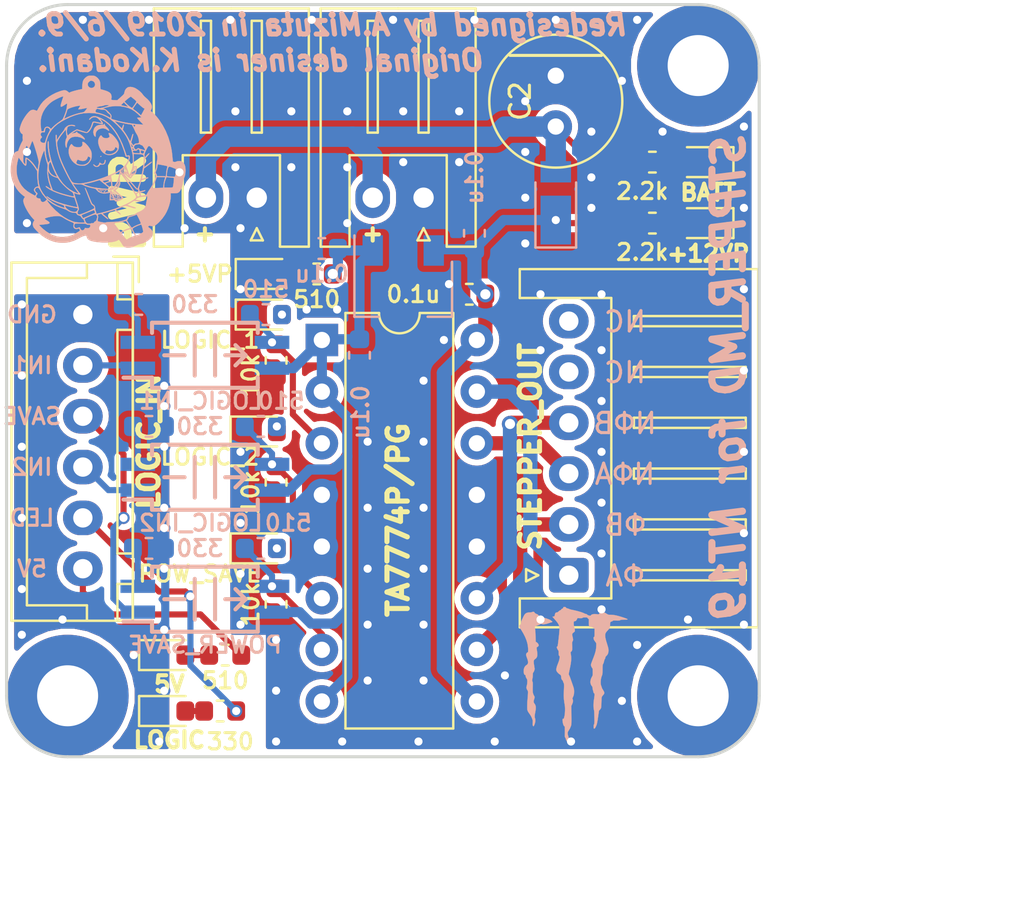
<source format=kicad_pcb>
(kicad_pcb (version 20171130) (host pcbnew "(5.1.2)-1")
  (layers (0 F.Cu signal) (31 B.Cu signal) (34 B.Paste user) (35 F.Paste user) (36 B.SilkS user) (37 F.SilkS user) (38 B.Mask user) (39 F.Mask user) (44 Edge.Cuts user))
  (net 0 "")
  (net 1 +5V)
  (net 2 GND)
  (net 3 +12V)
  (net 4 "Net-(D2-Pad2)")
  (net 5 /LD2)
  (net 6 /POWER_SAVE)
  (net 7 /LOGIC_IN2)
  (net 8 /LOGIC_IN1)
  (net 9 /ΦA_OUT)
  (net 10 /ΦB_OUT)
  (net 11 /NΦA_OUT)
  (net 12 /NΦB_OUT)
  (net 13 "Net-(D3-Pad2)")
  (net 14 GNDPWR)
  (net 15 +5VP)
  (net 16 "Net-(D1-Pad2)")
  (net 17 "Net-(P3-Pad5)")
  (net 18 "Net-(P3-Pad6)")
  (net 19 "Net-(R1-Pad1)")
  (net 20 "Net-(R4-Pad1)")
  (net 21 "Net-(R5-Pad1)")
  (net 22 "Net-(D5-Pad2)")
  (net 23 "Net-(D6-Pad2)")
  (net 24 VSS)
  (net 25 "Net-(D7-Pad2)")
  (net 26 "Net-(D8-Pad2)")
  (net 27 "Net-(D9-Pad2)")
  (net 28 /LOGIC_OUT2)
  (net 29 /POWER_SAVE_OUT)
  (net 30 /LOGIC_OUT1)
  (module Mizz_lib:Mini_Monster (layer B.Cu) (at 124.75 105 180)
    (fp_text reference G*** hide)
    (fp_text value LOGO hide)
  )
  (module Mizz_lib:NT_2019_Logo_5.0x5.0_Mask (layer F.Cu) (at 124.5 105.5)
    (fp_text reference G*** hide)
    (fp_text value LOGO hide)
  )
  (module Connector_JST:JST_XH_B6B-XH-A_1x06_P2.50mm_Vertical (layer F.Cu) (at 100.75 87.25 270)
    (fp_text reference P2 hide)
    (fp_text value LOGIC_IN (at 6.25 -3.25 90) (layer F.SilkS) (effects (font (thickness 0.25))))
    (pad 1 thru_hole roundrect (at 0 0 270) (size 1.7 1.95) (drill 0.95) (layers *.Cu *.Mask) (roundrect_rratio 0.147059) (net 2 GND))
    (pad 2 thru_hole oval (at 2.5 0 270) (size 1.7 1.95) (drill 0.95) (layers *.Cu *.Mask) (net 8 /LOGIC_IN1))
    (pad 3 thru_hole oval (at 5 0 270) (size 1.7 1.95) (drill 0.95) (layers *.Cu *.Mask) (net 6 /POWER_SAVE))
    (pad 4 thru_hole oval (at 7.5 0 270) (size 1.7 1.95) (drill 0.95) (layers *.Cu *.Mask) (net 7 /LOGIC_IN2))
    (pad 5 thru_hole oval (at 10 0 270) (size 1.7 1.95) (drill 0.95) (layers *.Cu *.Mask) (net 5 /LD2))
    (pad 6 thru_hole oval (at 12.5 0 270) (size 1.7 1.95) (drill 0.95) (layers *.Cu *.Mask) (net 1 +5V))
  )
  (module Mizz_lib:PPTP_JAIRO_9.3x9.1_Silk (layer B.Cu) (at 101.5 79.75 180)
    (fp_text reference G*** hide)
    (fp_text value LOGO hide)
  )
  (module Mizz_lib:SOIJ-4_5.3x5.3mm_Pitch1.27mm (layer B.Cu) (at 106.75 101.25)
    (fp_text reference U3 hide)
    (fp_text value POWER_SAVE (at 0 2.25) (layer B.SilkS) (effects (font (size 0.8 0.8)) (justify mirror)))
    (pad 4 smd rect (at 3.3 0.635) (size 1.7 0.65) (layers B.Cu B.Paste B.Mask) (net 15 +5VP))
    (pad 3 smd rect (at 3.3 -0.635) (size 1.7 0.65) (layers B.Cu B.Paste B.Mask) (net 29 /POWER_SAVE_OUT))
    (pad 2 smd rect (at -3.3 -0.635) (size 1.7 0.65) (layers B.Cu B.Paste B.Mask) (net 20 "Net-(R4-Pad1)"))
    (pad 1 smd rect (at -3.3 0.635) (size 1.7 0.65) (layers B.Cu B.Paste B.Mask) (net 6 /POWER_SAVE))
  )
  (module Mizz_lib:SOIJ-4_5.3x5.3mm_Pitch1.27mm (layer B.Cu) (at 106.75 95.25)
    (fp_text reference U2 hide)
    (fp_text value LOGIC_IN2 (at -0.2 2.25) (layer B.SilkS) (effects (font (size 0.8 0.8)) (justify mirror)))
    (pad 1 smd rect (at -3.3 0.635) (size 1.7 0.65) (layers B.Cu B.Paste B.Mask) (net 7 /LOGIC_IN2))
    (pad 2 smd rect (at -3.3 -0.635) (size 1.7 0.65) (layers B.Cu B.Paste B.Mask) (net 19 "Net-(R1-Pad1)"))
    (pad 3 smd rect (at 3.3 -0.635) (size 1.7 0.65) (layers B.Cu B.Paste B.Mask) (net 28 /LOGIC_OUT2))
    (pad 4 smd rect (at 3.3 0.635) (size 1.7 0.65) (layers B.Cu B.Paste B.Mask) (net 15 +5VP))
  )
  (module Mizz_lib:SOIJ-4_5.3x5.3mm_Pitch1.27mm (layer B.Cu) (at 106.75 89.25)
    (fp_text reference U4 hide)
    (fp_text value LOGIC_IN1 (at -0.2 2.25) (layer B.SilkS) (effects (font (size 0.8 0.8)) (justify mirror)))
    (pad 1 smd rect (at -3.3 0.635) (size 1.7 0.65) (layers B.Cu B.Paste B.Mask) (net 8 /LOGIC_IN1))
    (pad 2 smd rect (at -3.3 -0.635) (size 1.7 0.65) (layers B.Cu B.Paste B.Mask) (net 21 "Net-(R5-Pad1)"))
    (pad 3 smd rect (at 3.3 -0.635) (size 1.7 0.65) (layers B.Cu B.Paste B.Mask) (net 30 /LOGIC_OUT1))
    (pad 4 smd rect (at 3.3 0.635) (size 1.7 0.65) (layers B.Cu B.Paste B.Mask) (net 15 +5VP))
  )
  (module Capacitor_SMD:C_0603_1608Metric (layer B.Cu) (at 114.35 89.25 270)
    (fp_text reference C1 hide)
    (fp_text value 0.1u (at 2.8 -0.05 270) (layer B.SilkS) (effects (font (size 0.8 0.8)) (justify mirror)))
    (pad 1 smd roundrect (at -0.7875 0 270) (size 0.875 0.95) (layers B.Cu B.Paste B.Mask) (net 15 +5VP))
    (pad 2 smd roundrect (at 0.7875 0 270) (size 0.875 0.95) (layers B.Cu B.Paste B.Mask) (net 14 GNDPWR))
  )
  (module Capacitor_SMD:C_0603_1608Metric (layer B.Cu) (at 120 83.25 90)
    (fp_text reference C3 hide)
    (fp_text value 0.1u (at 2.75 0 90) (layer B.SilkS) (effects (font (size 0.8 0.8)) (justify mirror)))
    (pad 1 smd roundrect (at -0.7875 0 90) (size 0.875 0.95) (layers B.Cu B.Paste B.Mask) (net 3 +12V))
    (pad 2 smd roundrect (at 0.7875 0 90) (size 0.875 0.95) (layers B.Cu B.Paste B.Mask) (net 14 GNDPWR))
  )
  (module Capacitor_SMD:C_0603_1608Metric (layer B.Cu) (at 112.5 84 180)
    (fp_text reference C4 hide)
    (fp_text value 0.1u (at 0 -1.25) (layer B.SilkS) (effects (font (size 0.8 0.8)) (justify mirror)))
    (pad 2 smd roundrect (at 0.7875 0 180) (size 0.875 0.95) (layers B.Cu B.Paste B.Mask) (net 14 GNDPWR))
    (pad 1 smd roundrect (at -0.7875 0 180) (size 0.875 0.95) (layers B.Cu B.Paste B.Mask) (net 15 +5VP))
  )
  (module LED_SMD:LED_0603_1608Metric (layer F.Cu) (at 109.75 85.25)
    (fp_text reference D1 hide)
    (fp_text value +5VP (at -3.25 0) (layer F.SilkS) (effects (font (size 0.8 0.8))))
    (pad 1 smd roundrect (at -0.7875 0) (size 0.875 0.95) (layers F.Cu F.Paste F.Mask) (net 14 GNDPWR))
    (pad 2 smd roundrect (at 0.7875 0) (size 0.875 0.95) (layers F.Cu F.Paste F.Mask) (net 16 "Net-(D1-Pad2)"))
  )
  (module LED_SMD:LED_0603_1608Metric (layer F.Cu) (at 105 106.75)
    (fp_text reference D2 hide)
    (fp_text value LOGIC (at 0 1.43) (layer F.SilkS) (effects (font (size 0.8 0.8) (thickness 0.2))))
    (pad 2 smd roundrect (at 0.7875 0) (size 0.875 0.95) (layers F.Cu F.Paste F.Mask) (net 4 "Net-(D2-Pad2)"))
    (pad 1 smd roundrect (at -0.7875 0) (size 0.875 0.95) (layers F.Cu F.Paste F.Mask) (net 2 GND))
  )
  (module LED_SMD:LED_0603_1608Metric (layer F.Cu) (at 131.25 82.75 180)
    (fp_text reference D3 hide)
    (fp_text value +12VP (at -0.25 -1.5) (layer F.SilkS) (effects (font (size 0.8 0.8) (thickness 0.2))))
    (pad 1 smd roundrect (at -0.7875 0 180) (size 0.875 0.95) (layers F.Cu F.Paste F.Mask) (net 14 GNDPWR))
    (pad 2 smd roundrect (at 0.7875 0 180) (size 0.875 0.95) (layers F.Cu F.Paste F.Mask) (net 13 "Net-(D3-Pad2)"))
  )
  (module Resistor_SMD:R_0603_1608Metric (layer B.Cu) (at 104 92.75)
    (fp_text reference R1 hide)
    (fp_text value 330 (at 2.5 0) (layer B.SilkS) (effects (font (size 0.8 0.8)) (justify mirror)))
    (pad 1 smd roundrect (at -0.7875 0) (size 0.875 0.95) (layers B.Cu B.Paste B.Mask) (net 19 "Net-(R1-Pad1)"))
    (pad 2 smd roundrect (at 0.7875 0) (size 0.875 0.95) (layers B.Cu B.Paste B.Mask) (net 2 GND))
  )
  (module Resistor_SMD:R_0603_1608Metric (layer F.Cu) (at 107.5 106.75 180)
    (fp_text reference R2 hide)
    (fp_text value 330 (at -0.5 -1.5) (layer F.SilkS) (effects (font (size 0.8 0.8))))
    (pad 2 smd roundrect (at 0.7875 0 180) (size 0.875 0.95) (layers F.Cu F.Paste F.Mask) (net 4 "Net-(D2-Pad2)"))
    (pad 1 smd roundrect (at -0.7875 0 180) (size 0.875 0.95) (layers F.Cu F.Paste F.Mask) (net 5 /LD2))
  )
  (module Resistor_SMD:R_0603_1608Metric (layer F.Cu) (at 128.75 82.75)
    (fp_text reference R3 hide)
    (fp_text value 2.2k (at -0.5 1.43) (layer F.SilkS) (effects (font (size 0.8 0.8))))
    (pad 2 smd roundrect (at 0.7875 0) (size 0.875 0.95) (layers F.Cu F.Paste F.Mask) (net 13 "Net-(D3-Pad2)"))
    (pad 1 smd roundrect (at -0.7875 0) (size 0.875 0.95) (layers F.Cu F.Paste F.Mask) (net 3 +12V))
  )
  (module Resistor_SMD:R_0603_1608Metric (layer B.Cu) (at 104 98.75)
    (fp_text reference R4 hide)
    (fp_text value 330 (at 2.5 0) (layer B.SilkS) (effects (font (size 0.8 0.8)) (justify mirror)))
    (pad 2 smd roundrect (at 0.7875 0) (size 0.875 0.95) (layers B.Cu B.Paste B.Mask) (net 2 GND))
    (pad 1 smd roundrect (at -0.7875 0) (size 0.875 0.95) (layers B.Cu B.Paste B.Mask) (net 20 "Net-(R4-Pad1)"))
  )
  (module Resistor_SMD:R_0603_1608Metric (layer B.Cu) (at 103.5 86.75)
    (fp_text reference R5 hide)
    (fp_text value 330 (at 2.75 0) (layer B.SilkS) (effects (font (size 0.8 0.8)) (justify mirror)))
    (pad 1 smd roundrect (at -0.7875 0) (size 0.875 0.95) (layers B.Cu B.Paste B.Mask) (net 21 "Net-(R5-Pad1)"))
    (pad 2 smd roundrect (at 0.7875 0) (size 0.875 0.95) (layers B.Cu B.Paste B.Mask) (net 2 GND))
  )
  (module Resistor_SMD:R_0603_1608Metric (layer F.Cu) (at 110.25 95.5 270)
    (fp_text reference R6 hide)
    (fp_text value 10k (at 0.5 1.25 90) (layer F.SilkS) (effects (font (size 0.8 0.8))))
    (pad 1 smd roundrect (at -0.7875 0 270) (size 0.875 0.95) (layers F.Cu F.Paste F.Mask) (net 28 /LOGIC_OUT2))
    (pad 2 smd roundrect (at 0.7875 0 270) (size 0.875 0.95) (layers F.Cu F.Paste F.Mask) (net 14 GNDPWR))
  )
  (module Resistor_SMD:R_0603_1608Metric (layer F.Cu) (at 110.25 101.5 270)
    (fp_text reference R7 hide)
    (fp_text value 10k (at 0 1.25 90) (layer F.SilkS) (effects (font (size 0.8 0.8))))
    (pad 1 smd roundrect (at -0.7875 0 270) (size 0.875 0.95) (layers F.Cu F.Paste F.Mask) (net 29 /POWER_SAVE_OUT))
    (pad 2 smd roundrect (at 0.7875 0 270) (size 0.875 0.95) (layers F.Cu F.Paste F.Mask) (net 14 GNDPWR))
  )
  (module Resistor_SMD:R_0603_1608Metric (layer F.Cu) (at 110.25 89.5 270)
    (fp_text reference R8 hide)
    (fp_text value 10k (at 0.75 1.25 90) (layer F.SilkS) (effects (font (size 0.8 0.8))))
    (pad 2 smd roundrect (at 0.7875 0 270) (size 0.875 0.95) (layers F.Cu F.Paste F.Mask) (net 14 GNDPWR))
    (pad 1 smd roundrect (at -0.7875 0 270) (size 0.875 0.95) (layers F.Cu F.Paste F.Mask) (net 30 /LOGIC_OUT1))
  )
  (module Resistor_SMD:R_0603_1608Metric (layer F.Cu) (at 112.25 85.25 180)
    (fp_text reference R9 hide)
    (fp_text value 510 (at 0 -1.25) (layer F.SilkS) (effects (font (size 0.8 0.8))))
    (pad 1 smd roundrect (at -0.7875 0 180) (size 0.875 0.95) (layers F.Cu F.Paste F.Mask) (net 15 +5VP))
    (pad 2 smd roundrect (at 0.7875 0 180) (size 0.875 0.95) (layers F.Cu F.Paste F.Mask) (net 16 "Net-(D1-Pad2)"))
  )
  (module Capacitor_SMD:C_0603_1608Metric (layer F.Cu) (at 119.75 86.25 180)
    (fp_text reference C5 hide)
    (fp_text value 0.1u (at 2.75 0) (layer F.SilkS) (effects (font (size 0.8 0.8))))
    (pad 1 smd roundrect (at -0.7875 0 180) (size 0.875 0.95) (layers F.Cu F.Paste F.Mask) (net 3 +12V))
    (pad 2 smd roundrect (at 0.7875 0 180) (size 0.875 0.95) (layers F.Cu F.Paste F.Mask) (net 14 GNDPWR))
  )
  (module LED_SMD:LED_0603_1608Metric (layer F.Cu) (at 105 104)
    (fp_text reference D5 hide)
    (fp_text value 5V (at 0 1.43) (layer F.SilkS) (effects (font (size 0.8 0.8) (thickness 0.2))))
    (pad 1 smd roundrect (at -0.7875 0) (size 0.875 0.95) (layers F.Cu F.Paste F.Mask) (net 2 GND))
    (pad 2 smd roundrect (at 0.7875 0) (size 0.875 0.95) (layers F.Cu F.Paste F.Mask) (net 22 "Net-(D5-Pad2)"))
  )
  (module LED_SMD:LED_0603_1608Metric (layer F.Cu) (at 131.25 79.75 180)
    (fp_text reference D6 hide)
    (fp_text value BATT (at -0.25 -1.5) (layer F.SilkS) (effects (font (size 0.8 0.8) (thickness 0.2))))
    (pad 2 smd roundrect (at 0.7875 0 180) (size 0.875 0.95) (layers F.Cu F.Paste F.Mask) (net 23 "Net-(D6-Pad2)"))
    (pad 1 smd roundrect (at -0.7875 0 180) (size 0.875 0.95) (layers F.Cu F.Paste F.Mask) (net 14 GNDPWR))
  )
  (module Resistor_SMD:R_0603_1608Metric (layer F.Cu) (at 107.75 104 180)
    (fp_text reference R10 hide)
    (fp_text value 510 (at 0 -1.25) (layer F.SilkS) (effects (font (size 0.8 0.8))))
    (pad 1 smd roundrect (at -0.7875 0 180) (size 0.875 0.95) (layers F.Cu F.Paste F.Mask) (net 1 +5V))
    (pad 2 smd roundrect (at 0.7875 0 180) (size 0.875 0.95) (layers F.Cu F.Paste F.Mask) (net 22 "Net-(D5-Pad2)"))
  )
  (module Resistor_SMD:R_0603_1608Metric (layer F.Cu) (at 128.75 79.75)
    (fp_text reference R11 hide)
    (fp_text value 2.2k (at -0.5 1.43) (layer F.SilkS) (effects (font (size 0.8 0.8))))
    (pad 2 smd roundrect (at 0.7875 0) (size 0.875 0.95) (layers F.Cu F.Paste F.Mask) (net 23 "Net-(D6-Pad2)"))
    (pad 1 smd roundrect (at -0.7875 0) (size 0.875 0.95) (layers F.Cu F.Paste F.Mask) (net 24 VSS))
  )
  (module Diode_SMD:D_PowerDI-123 (layer B.Cu) (at 124 81.75 90)
    (fp_text reference D4 hide)
    (fp_text value DIODE_rev)
    (pad 1 smd rect (at -0.85 0 270) (size 2.4 1.5) (layers B.Cu B.Paste B.Mask) (net 3 +12V))
    (pad 2 smd rect (at 1.525 0 270) (size 1.05 1.5) (layers B.Cu B.Paste B.Mask) (net 24 VSS))
  )
  (module Package_TO_SOT_SMD:SOT-89-3 (layer B.Cu) (at 116.5 85.5762 270)
    (fp_text reference U5 hide)
    (fp_text value NJML7800)
    (pad 2 smd trapezoid (at 2.667 0) (size 1.6 0.85) (rect_delta 0 -0.6) (layers B.Cu B.Paste B.Mask) (net 14 GNDPWR))
    (pad 1 smd rect (at -1.48 1.5) (size 1 1.5) (layers B.Cu B.Paste B.Mask) (net 15 +5VP))
    (pad 2 smd rect (at -1.3335 0) (size 1 1.8) (layers B.Cu B.Paste B.Mask) (net 14 GNDPWR))
    (pad 3 smd rect (at -1.48 -1.5) (size 1 1.5) (layers B.Cu B.Paste B.Mask) (net 3 +12V))
    (pad 2 smd rect (at 1.3335 0) (size 2.2 1.84) (layers B.Cu B.Paste B.Mask) (net 14 GNDPWR))
    (pad 2 smd trapezoid (at -0.0762 0 180) (size 1.5 1) (rect_delta 0 -0.7) (layers B.Cu B.Paste B.Mask) (net 14 GNDPWR))
  )
  (module Connector_JST:JST_XH_S2B-XH-A_1x02_P2.50mm_Horizontal (layer F.Cu) (at 109.3 81.5 180)
    (fp_text reference P1 hide)
    (fp_text value PWR (at 6.3 -0.25 90) (layer F.SilkS) (effects (font (size 1.5 1.5) (thickness 0.375))))
    (pad 2 thru_hole oval (at 2.5 0 180) (size 1.7 2) (drill 1) (layers *.Cu *.Mask) (net 24 VSS))
    (pad 1 thru_hole roundrect (at 0 0 180) (size 1.7 2) (drill 1) (layers *.Cu *.Mask) (roundrect_rratio 0.147059) (net 14 GNDPWR))
  )
  (module Connector_JST:JST_XH_S6B-XH-A_1x06_P2.50mm_Horizontal (layer F.Cu) (at 124.64 100.072 90)
    (fp_text reference P3 hide)
    (fp_text value STEPPER_OUT (at 6.322 -1.89 90) (layer F.SilkS) (effects (font (thickness 0.25))))
    (pad 1 thru_hole roundrect (at 0 0 90) (size 1.7 1.95) (drill 0.95) (layers *.Cu *.Mask) (roundrect_rratio 0.147059) (net 9 /ΦA_OUT))
    (pad 2 thru_hole oval (at 2.5 0 90) (size 1.7 1.95) (drill 0.95) (layers *.Cu *.Mask) (net 10 /ΦB_OUT))
    (pad 3 thru_hole oval (at 5 0 90) (size 1.7 1.95) (drill 0.95) (layers *.Cu *.Mask) (net 11 /NΦA_OUT))
    (pad 4 thru_hole oval (at 7.5 0 90) (size 1.7 1.95) (drill 0.95) (layers *.Cu *.Mask) (net 12 /NΦB_OUT))
    (pad 5 thru_hole oval (at 10 0 90) (size 1.7 1.95) (drill 0.95) (layers *.Cu *.Mask) (net 17 "Net-(P3-Pad5)"))
    (pad 6 thru_hole oval (at 12.5 0 90) (size 1.7 1.95) (drill 0.95) (layers *.Cu *.Mask) (net 18 "Net-(P3-Pad6)"))
  )
  (module Connector_JST:JST_XH_S2B-XH-A_1x02_P2.50mm_Horizontal (layer F.Cu) (at 117.5 81.5 180)
    (fp_text reference P4 hide)
    (fp_text value PWR hide)
    (pad 1 thru_hole roundrect (at 0 0 180) (size 1.7 2) (drill 1) (layers *.Cu *.Mask) (roundrect_rratio 0.147059) (net 14 GNDPWR))
    (pad 2 thru_hole oval (at 2.5 0 180) (size 1.7 2) (drill 1) (layers *.Cu *.Mask) (net 24 VSS))
  )
  (module Capacitor_THT:C_Radial_D6.3mm_H5.0mm_P2.50mm (layer F.Cu) (at 124 78 90)
    (fp_text reference C2 (at 1.25 -1.75 90) (layer F.SilkS))
    (fp_text value CP)
    (pad 1 thru_hole circle (at 0 0 90) (size 1.6 1.6) (drill 0.8) (layers *.Cu *.Mask) (net 24 VSS))
    (pad 2 thru_hole circle (at 2.5 0 90) (size 1.6 1.6) (drill 0.8) (layers *.Cu *.Mask) (net 14 GNDPWR))
  )
  (module Package_DIP:DIP-16_W7.62mm (layer F.Cu) (at 112.5 88.5)
    (fp_text reference U1 hide)
    (fp_text value TA7774P/PG (at 3.75 8.85 90) (layer F.SilkS) (effects (font (thickness 0.25))))
    (pad 1 thru_hole rect (at 0 0) (size 1.6 1.6) (drill 0.8) (layers *.Cu *.Mask) (net 15 +5VP))
    (pad 9 thru_hole oval (at 7.62 17.78) (size 1.6 1.6) (drill 0.8) (layers *.Cu *.Mask) (net 3 +12V))
    (pad 2 thru_hole oval (at 0 2.54) (size 1.6 1.6) (drill 0.8) (layers *.Cu *.Mask) (net 15 +5VP))
    (pad 10 thru_hole oval (at 7.62 15.24) (size 1.6 1.6) (drill 0.8) (layers *.Cu *.Mask) (net 10 /ΦB_OUT))
    (pad 3 thru_hole oval (at 0 5.08) (size 1.6 1.6) (drill 0.8) (layers *.Cu *.Mask) (net 30 /LOGIC_OUT1))
    (pad 11 thru_hole oval (at 7.62 12.7) (size 1.6 1.6) (drill 0.8) (layers *.Cu *.Mask) (net 12 /NΦB_OUT))
    (pad 4 thru_hole oval (at 0 7.62) (size 1.6 1.6) (drill 0.8) (layers *.Cu *.Mask) (net 14 GNDPWR))
    (pad 12 thru_hole oval (at 7.62 10.16) (size 1.6 1.6) (drill 0.8) (layers *.Cu *.Mask) (net 14 GNDPWR))
    (pad 5 thru_hole oval (at 0 10.16) (size 1.6 1.6) (drill 0.8) (layers *.Cu *.Mask) (net 14 GNDPWR))
    (pad 13 thru_hole oval (at 7.62 7.62) (size 1.6 1.6) (drill 0.8) (layers *.Cu *.Mask) (net 14 GNDPWR))
    (pad 6 thru_hole oval (at 0 12.7) (size 1.6 1.6) (drill 0.8) (layers *.Cu *.Mask) (net 28 /LOGIC_OUT2))
    (pad 14 thru_hole oval (at 7.62 5.08) (size 1.6 1.6) (drill 0.8) (layers *.Cu *.Mask) (net 11 /NΦA_OUT))
    (pad 7 thru_hole oval (at 0 15.24) (size 1.6 1.6) (drill 0.8) (layers *.Cu *.Mask) (net 29 /POWER_SAVE_OUT))
    (pad 15 thru_hole oval (at 7.62 2.54) (size 1.6 1.6) (drill 0.8) (layers *.Cu *.Mask) (net 9 /ΦA_OUT))
    (pad 8 thru_hole oval (at 0 17.78) (size 1.6 1.6) (drill 0.8) (layers *.Cu *.Mask) (net 15 +5VP))
    (pad 16 thru_hole oval (at 7.62 0) (size 1.6 1.6) (drill 0.8) (layers *.Cu *.Mask) (net 3 +12V))
  )
  (module LED_SMD:LED_0603_1608Metric (layer F.Cu) (at 109.75 87.25)
    (fp_text reference D7 hide)
    (fp_text value LOGIC_1 (at -2.75 1.25) (layer F.SilkS) (effects (font (size 0.8 0.8))))
    (pad 1 smd roundrect (at -0.7875 0) (size 0.875 0.95) (layers F.Cu F.Paste F.Mask) (net 14 GNDPWR))
    (pad 2 smd roundrect (at 0.7875 0) (size 0.875 0.95) (layers F.Cu F.Paste F.Mask) (net 25 "Net-(D7-Pad2)"))
  )
  (module LED_SMD:LED_0603_1608Metric (layer F.Cu) (at 109.5 93)
    (fp_text reference D8 hide)
    (fp_text value LOGIC_2 (at -2.5 1.25) (layer F.SilkS) (effects (font (size 0.8 0.8))))
    (pad 2 smd roundrect (at 0.7875 0) (size 0.875 0.95) (layers F.Cu F.Paste F.Mask) (net 26 "Net-(D8-Pad2)"))
    (pad 1 smd roundrect (at -0.7875 0) (size 0.875 0.95) (layers F.Cu F.Paste F.Mask) (net 14 GNDPWR))
  )
  (module LED_SMD:LED_0603_1608Metric (layer F.Cu) (at 109.5 98.75)
    (fp_text reference D9 hide)
    (fp_text value POW_SAVE (at -3 1.25 180) (layer F.SilkS) (effects (font (size 0.8 0.8))))
    (pad 1 smd roundrect (at -0.7875 0) (size 0.875 0.95) (layers F.Cu F.Paste F.Mask) (net 14 GNDPWR))
    (pad 2 smd roundrect (at 0.7875 0) (size 0.875 0.95) (layers F.Cu F.Paste F.Mask) (net 27 "Net-(D9-Pad2)"))
  )
  (module Resistor_SMD:R_0603_1608Metric (layer B.Cu) (at 109.75 87.25 180)
    (fp_text reference R12 hide)
    (fp_text value 510 (at 0 1.25) (layer B.SilkS) (effects (font (size 0.8 0.8)) (justify mirror)))
    (pad 1 smd roundrect (at -0.7875 0 180) (size 0.875 0.95) (layers B.Cu B.Paste B.Mask) (net 25 "Net-(D7-Pad2)"))
    (pad 2 smd roundrect (at 0.7875 0 180) (size 0.875 0.95) (layers B.Cu B.Paste B.Mask) (net 30 /LOGIC_OUT1))
  )
  (module Resistor_SMD:R_0603_1608Metric (layer B.Cu) (at 109.5 92.75 180)
    (fp_text reference R13 hide)
    (fp_text value 510 (at -1 1.25 180) (layer B.SilkS) (effects (font (size 0.8 0.8)) (justify mirror)))
    (pad 2 smd roundrect (at 0.7875 0 180) (size 0.875 0.95) (layers B.Cu B.Paste B.Mask) (net 28 /LOGIC_OUT2))
    (pad 1 smd roundrect (at -0.7875 0 180) (size 0.875 0.95) (layers B.Cu B.Paste B.Mask) (net 26 "Net-(D8-Pad2)"))
  )
  (module Resistor_SMD:R_0603_1608Metric (layer B.Cu) (at 109.5 98.75 180)
    (fp_text reference R14 hide)
    (fp_text value 510 (at -1.35 1.25) (layer B.SilkS) (effects (font (size 0.8 0.8)) (justify mirror)))
    (pad 1 smd roundrect (at -0.7875 0 180) (size 0.875 0.95) (layers B.Cu B.Paste B.Mask) (net 27 "Net-(D9-Pad2)"))
    (pad 2 smd roundrect (at 0.7875 0 180) (size 0.875 0.95) (layers B.Cu B.Paste B.Mask) (net 29 /POWER_SAVE_OUT))
  )
  (gr_line (start 121.75 74.5) (end 126.25 74.5) (layer F.SilkS) (width 0.15))
  (gr_text "Original desiner is K.Kodani." (at 109.5 74.75) (layer B.SilkS) (effects (font (size 1 1) (thickness 0.25) italic) (justify mirror)))
  (gr_text NC (at 127.4 87.6) (layer B.SilkS) (effects (font (size 1 1)) (justify mirror)))
  (gr_text NC (at 127.4 90.1) (layer B.SilkS) (effects (font (size 1 1)) (justify mirror)))
  (gr_text ΦA (at 127.4 100.1) (layer B.SilkS) (effects (font (size 1 1)) (justify mirror)))
  (gr_text ΦB (at 127.4 97.6) (layer B.SilkS) (effects (font (size 1 1)) (justify mirror)))
  (gr_text NΦA (at 127.4 95.1) (layer B.SilkS) (effects (font (size 1 1)) (justify mirror)))
  (gr_text NΦB (at 127.4 92.6) (layer B.SilkS) (effects (font (size 1 1)) (justify mirror)))
  (gr_text "Redesigned by A.Mizuta in 2019/6/9." (at 113 73) (layer B.SilkS) (effects (font (size 1 1) (thickness 0.25) italic) (justify mirror)))
  (gr_text 5V (at 98.25 99.75) (layer B.SilkS) (effects (font (size 0.8 0.8)) (justify mirror)))
  (gr_text LED (at 98.25 97.25) (layer B.SilkS) (effects (font (size 0.8 0.8)) (justify mirror)))
  (gr_text IN2 (at 98.25 94.75) (layer B.SilkS) (effects (font (size 0.8 0.8)) (justify mirror)))
  (gr_text SAVE (at 98.25 92.25) (layer B.SilkS) (effects (font (size 0.8 0.8)) (justify mirror)))
  (gr_text IN1 (at 98.25 89.75) (layer B.SilkS) (effects (font (size 0.8 0.8)) (justify mirror)))
  (gr_text GND (at 98.25 87.25) (layer B.SilkS) (effects (font (size 0.8 0.8)) (justify mirror)))
  (gr_text + (at 115 83.25) (layer F.SilkS) (effects (font (size 0.8 0.8) (thickness 0.2))))
  (gr_text + (at 106.75 83.25) (layer F.SilkS) (effects (font (size 0.8 0.8) (thickness 0.2))))
  (gr_text "STPPER_MD for NT19" (at 132.5 90.25 90) (layer B.SilkS) (effects (font (size 1.5 1.5) (thickness 0.35) italic) (justify mirror)))
  (gr_line (start 97 75) (end 97 106) (angle 90) (layer Edge.Cuts) (width 0.15))
  (gr_line (start 131 72) (end 100 72) (angle 90) (layer Edge.Cuts) (width 0.15))
  (gr_line (start 134 106) (end 134 75) (angle 90) (layer Edge.Cuts) (width 0.15))
  (gr_line (start 131 109) (end 100 109) (angle 90) (layer Edge.Cuts) (width 0.15))
  (gr_arc (start 131 106) (end 134 106) (angle 90) (layer Edge.Cuts) (width 0.15))
  (gr_arc (start 100 106) (end 100 109) (angle 90) (layer Edge.Cuts) (width 0.15))
  (gr_arc (start 100 75) (end 97 75) (angle 90) (layer Edge.Cuts) (width 0.15))
  (gr_arc (start 131 75) (end 131 72) (angle 90) (layer Edge.Cuts) (width 0.15))
  (via (at 131 75) (size 6) (drill 3) (layers F.Cu B.Cu) (net 0))
  (via (at 131 106) (size 6) (drill 3) (layers F.Cu B.Cu) (net 0))
  (via (at 100 106) (size 6) (drill 3) (layers F.Cu B.Cu) (net 0))
  (segment (start 106.5375 102) (end 108.5375 104) (width 0.3) (layer F.Cu) (net 1))
  (segment (start 101.85 102) (end 106.5375 102) (width 0.3) (layer F.Cu) (net 1))
  (segment (start 100.75 99.75) (end 100.75 100.9) (width 0.3) (layer F.Cu) (net 1))
  (segment (start 100.75 100.9) (end 101.85 102) (width 0.3) (layer F.Cu) (net 1))
  (via (at 103.25 104) (size 0.6) (drill 0.4) (layers F.Cu B.Cu) (net 2))
  (via (at 104.5 108.25) (size 0.6) (drill 0.4) (layers F.Cu B.Cu) (net 2))
  (via (at 104.75 105.75) (size 0.6) (drill 0.4) (layers F.Cu B.Cu) (net 2))
  (via (at 104.75 102.75) (size 0.6) (drill 0.4) (layers F.Cu B.Cu) (net 2))
  (via (at 104.75 97.75) (size 0.6) (drill 0.4) (layers F.Cu B.Cu) (net 2))
  (via (at 104.75 96.75) (size 0.6) (drill 0.4) (layers F.Cu B.Cu) (net 2))
  (via (at 104.75 93.75) (size 0.6) (drill 0.4) (layers F.Cu B.Cu) (net 2))
  (via (at 104.75 91.75) (size 0.6) (drill 0.4) (layers F.Cu B.Cu) (net 2))
  (via (at 104.75 90.75) (size 0.6) (drill 0.4) (layers F.Cu B.Cu) (net 2))
  (via (at 97.75 86.75) (size 0.6) (drill 0.4) (layers F.Cu B.Cu) (net 2))
  (via (at 97.75 90.25) (size 0.6) (drill 0.4) (layers F.Cu B.Cu) (net 2))
  (via (at 97.75 93.75) (size 0.6) (drill 0.4) (layers F.Cu B.Cu) (net 2))
  (via (at 97.75 100.75) (size 0.6) (drill 0.4) (layers F.Cu B.Cu) (net 2))
  (via (at 97.75 103) (size 0.6) (drill 0.4) (layers F.Cu B.Cu) (net 2))
  (via (at 99.75 102.25) (size 0.6) (drill 0.4) (layers F.Cu B.Cu) (net 2))
  (via (at 97.75 97.25) (size 0.6) (drill 0.4) (layers F.Cu B.Cu) (net 2))
  (via (at 104.75 99.75) (size 0.6) (drill 0.4) (layers F.Cu B.Cu) (net 2))
  (segment (start 124.15 82.75) (end 124 82.6) (width 0.3) (layer F.Cu) (net 3))
  (segment (start 127.9625 82.75) (end 124.15 82.75) (width 0.3) (layer F.Cu) (net 3))
  (via (at 124 82.6) (size 0.6) (drill 0.4) (layers F.Cu B.Cu) (net 3))
  (segment (start 121.4375 82.6) (end 120 84.0375) (width 0.5) (layer B.Cu) (net 3))
  (segment (start 124 82.6) (end 121.4375 82.6) (width 0.5) (layer B.Cu) (net 3))
  (segment (start 118.0587 84.0375) (end 118 84.0962) (width 0.5) (layer B.Cu) (net 3))
  (segment (start 120 84.0375) (end 118.0587 84.0375) (width 0.5) (layer B.Cu) (net 3))
  (segment (start 120.5375 88.0825) (end 120.12 88.5) (width 0.7) (layer F.Cu) (net 3))
  (segment (start 120.5375 86.25) (end 120.5375 88.0825) (width 0.7) (layer F.Cu) (net 3))
  (via (at 120.5375 86.25) (size 0.8) (drill 0.5) (layers F.Cu B.Cu) (net 3))
  (segment (start 120 85.7125) (end 120.5375 86.25) (width 0.7) (layer B.Cu) (net 3))
  (segment (start 120 84.0375) (end 120 85.7125) (width 0.7) (layer B.Cu) (net 3))
  (segment (start 120.12 88.5) (end 118.5 90.12) (width 0.7) (layer B.Cu) (net 3))
  (segment (start 118.5 104.66) (end 120.12 106.28) (width 0.7) (layer B.Cu) (net 3))
  (segment (start 118.5 90.12) (end 118.5 104.66) (width 0.7) (layer B.Cu) (net 3))
  (segment (start 106.7125 106.75) (end 105.7875 106.75) (width 0.3) (layer F.Cu) (net 4))
  (via (at 108.2875 106.75) (size 0.6) (drill 0.4) (layers F.Cu B.Cu) (net 5))
  (segment (start 106.03875 104.50125) (end 106.03875 101.42875) (width 0.3) (layer B.Cu) (net 5))
  (segment (start 100.875 97.25) (end 100.75 97.25) (width 0.3) (layer F.Cu) (net 5))
  (segment (start 100.875 97.25) (end 104.495 100.87) (width 0.3) (layer F.Cu) (net 5))
  (segment (start 106.03875 104.50125) (end 108.2875 106.75) (width 0.3) (layer B.Cu) (net 5))
  (segment (start 104.495 100.87) (end 105.79 100.87) (width 0.3) (layer F.Cu) (net 5))
  (segment (start 105.79 100.87) (end 106.03 101.11) (width 0.3) (layer F.Cu) (net 5))
  (via (at 106.03 101.11) (size 0.6) (drill 0.4) (layers F.Cu B.Cu) (net 5))
  (segment (start 106.03 101.11) (end 106.03875 101.11875) (width 0.3) (layer B.Cu) (net 5))
  (segment (start 106.03875 101.11875) (end 106.03875 101.42875) (width 0.3) (layer B.Cu) (net 5))
  (via (at 102.75 97.25) (size 0.6) (drill 0.4) (layers F.Cu B.Cu) (net 6))
  (segment (start 102.75 94.25) (end 102.75 97.25) (width 0.3) (layer F.Cu) (net 6))
  (segment (start 102.75 94.125) (end 102.75 94.25) (width 0.3) (layer F.Cu) (net 6))
  (segment (start 100.75 92.25) (end 100.875 92.25) (width 0.3) (layer F.Cu) (net 6))
  (segment (start 100.875 92.25) (end 102.75 94.125) (width 0.3) (layer F.Cu) (net 6))
  (segment (start 102.75 97.25) (end 102.25 97.75) (width 0.3) (layer B.Cu) (net 6))
  (segment (start 102.925 101.885) (end 103.45 101.885) (width 0.3) (layer B.Cu) (net 6))
  (segment (start 102.25 101.21) (end 102.925 101.885) (width 0.3) (layer B.Cu) (net 6))
  (segment (start 102.25 97.75) (end 102.25 101.21) (width 0.3) (layer B.Cu) (net 6))
  (segment (start 102.3 95.885) (end 103.45 95.885) (width 0.3) (layer B.Cu) (net 7))
  (segment (start 102.01 95.885) (end 102.3 95.885) (width 0.3) (layer B.Cu) (net 7))
  (segment (start 100.875 94.75) (end 102.01 95.885) (width 0.3) (layer B.Cu) (net 7))
  (segment (start 100.75 94.75) (end 100.875 94.75) (width 0.3) (layer B.Cu) (net 7))
  (segment (start 103.315 89.75) (end 103.45 89.885) (width 0.3) (layer B.Cu) (net 8))
  (segment (start 100.75 89.75) (end 103.315 89.75) (width 0.3) (layer B.Cu) (net 8))
  (segment (start 120.12 91.04) (end 121.79 91.04) (width 0.7) (layer B.Cu) (net 9))
  (segment (start 121.79 91.04) (end 122.75 92) (width 0.7) (layer B.Cu) (net 9))
  (segment (start 122.75 98.182) (end 124.64 100.072) (width 0.7) (layer B.Cu) (net 9))
  (segment (start 122.75 92) (end 122.75 98.182) (width 0.7) (layer B.Cu) (net 9))
  (segment (start 122.965 97.572) (end 122.25 98.287) (width 0.7) (layer F.Cu) (net 10))
  (segment (start 124.64 97.572) (end 122.965 97.572) (width 0.7) (layer F.Cu) (net 10))
  (segment (start 122.25 101.61) (end 120.12 103.74) (width 0.7) (layer F.Cu) (net 10))
  (segment (start 122.25 98.287) (end 122.25 101.61) (width 0.7) (layer F.Cu) (net 10))
  (segment (start 123.148 93.58) (end 124.64 95.072) (width 0.7) (layer F.Cu) (net 11))
  (segment (start 120.12 93.58) (end 123.148 93.58) (width 0.7) (layer F.Cu) (net 11))
  (via (at 121.75 92.63) (size 0.8) (drill 0.5) (layers F.Cu B.Cu) (net 12))
  (segment (start 120.12 101.2) (end 121.75 99.57) (width 0.7) (layer B.Cu) (net 12))
  (segment (start 121.75 99.57) (end 121.75 92.63) (width 0.7) (layer B.Cu) (net 12))
  (segment (start 121.808 92.572) (end 121.75 92.63) (width 0.7) (layer F.Cu) (net 12))
  (segment (start 124.64 92.572) (end 121.808 92.572) (width 0.7) (layer F.Cu) (net 12))
  (segment (start 129.5375 82.75) (end 130.4625 82.75) (width 0.3) (layer F.Cu) (net 13))
  (via (at 98 82.75) (size 0.6) (drill 0.4) (layers F.Cu B.Cu) (net 14))
  (via (at 98 79.25) (size 0.6) (drill 0.4) (layers F.Cu B.Cu) (net 14))
  (via (at 98 75.75) (size 0.6) (drill 0.4) (layers F.Cu B.Cu) (net 14))
  (via (at 100.75 72.75) (size 0.6) (drill 0.4) (layers F.Cu B.Cu) (net 14))
  (via (at 104 72.75) (size 0.6) (drill 0.4) (layers F.Cu B.Cu) (net 14))
  (via (at 108 72.75) (size 0.6) (drill 0.4) (layers F.Cu B.Cu) (net 14))
  (via (at 112 72.75) (size 0.6) (drill 0.4) (layers F.Cu B.Cu) (net 14))
  (via (at 116 72.75) (size 0.6) (drill 0.4) (layers F.Cu B.Cu) (net 14))
  (via (at 120 72.75) (size 0.6) (drill 0.4) (layers F.Cu B.Cu) (net 14))
  (via (at 124 72.75) (size 0.6) (drill 0.4) (layers F.Cu B.Cu) (net 14))
  (via (at 128 72.75) (size 0.6) (drill 0.4) (layers F.Cu B.Cu) (net 14))
  (via (at 127.25 75.75) (size 0.6) (drill 0.4) (layers F.Cu B.Cu) (net 14))
  (via (at 129.25 78.25) (size 0.6) (drill 0.4) (layers F.Cu B.Cu) (net 14))
  (via (at 133.25 78) (size 0.6) (drill 0.4) (layers F.Cu B.Cu) (net 14))
  (via (at 133.25 82) (size 0.6) (drill 0.4) (layers F.Cu B.Cu) (net 14))
  (via (at 133.25 86) (size 0.6) (drill 0.4) (layers F.Cu B.Cu) (net 14))
  (via (at 133.25 90) (size 0.6) (drill 0.4) (layers F.Cu B.Cu) (net 14))
  (via (at 133.25 94) (size 0.6) (drill 0.4) (layers F.Cu B.Cu) (net 14))
  (via (at 133.25 98) (size 0.6) (drill 0.4) (layers F.Cu B.Cu) (net 14))
  (via (at 133.25 102.5) (size 0.6) (drill 0.4) (layers F.Cu B.Cu) (net 14))
  (via (at 130.5 102.25) (size 0.6) (drill 0.4) (layers F.Cu B.Cu) (net 14))
  (via (at 128 103.5) (size 0.6) (drill 0.4) (layers F.Cu B.Cu) (net 14))
  (via (at 127.25 106.25) (size 0.6) (drill 0.4) (layers F.Cu B.Cu) (net 14))
  (via (at 128 108.25) (size 0.6) (drill 0.4) (layers F.Cu B.Cu) (net 14))
  (via (at 124.75 108.25) (size 0.6) (drill 0.4) (layers F.Cu B.Cu) (net 14))
  (via (at 121 108.25) (size 0.6) (drill 0.4) (layers F.Cu B.Cu) (net 14))
  (via (at 113.5 108.25) (size 0.6) (drill 0.4) (layers F.Cu B.Cu) (net 14))
  (via (at 110.25 108.25) (size 0.6) (drill 0.4) (layers F.Cu B.Cu) (net 14))
  (via (at 110.25 105.75) (size 0.6) (drill 0.4) (layers F.Cu B.Cu) (net 14))
  (via (at 108.5 102.5) (size 0.6) (drill 0.4) (layers F.Cu B.Cu) (net 14))
  (via (at 108.5 100) (size 0.6) (drill 0.4) (layers F.Cu B.Cu) (net 14))
  (via (at 108.5 97.5) (size 0.6) (drill 0.4) (layers F.Cu B.Cu) (net 14))
  (via (at 108.5 94) (size 0.6) (drill 0.4) (layers F.Cu B.Cu) (net 14))
  (via (at 114.75 93.5) (size 0.6) (drill 0.4) (layers F.Cu B.Cu) (net 14))
  (via (at 117.5 90.5) (size 0.6) (drill 0.4) (layers F.Cu B.Cu) (net 14))
  (via (at 118.5 88.5) (size 0.6) (drill 0.4) (layers F.Cu B.Cu) (net 14))
  (via (at 113.25 87) (size 0.6) (drill 0.4) (layers F.Cu B.Cu) (net 14))
  (via (at 111.75 87) (size 0.6) (drill 0.4) (layers F.Cu B.Cu) (net 14))
  (via (at 108.5 86) (size 0.6) (drill 0.4) (layers F.Cu B.Cu) (net 14))
  (via (at 108.5 83) (size 0.6) (drill 0.4) (layers F.Cu B.Cu) (net 14))
  (via (at 105.75 83) (size 0.6) (drill 0.4) (layers F.Cu B.Cu) (net 14))
  (via (at 101.75 83) (size 0.6) (drill 0.4) (layers F.Cu B.Cu) (net 14))
  (via (at 108.25 80) (size 0.6) (drill 0.4) (layers F.Cu B.Cu) (net 14))
  (via (at 111 80) (size 0.6) (drill 0.4) (layers F.Cu B.Cu) (net 14))
  (via (at 113.75 80) (size 0.6) (drill 0.4) (layers F.Cu B.Cu) (net 14))
  (via (at 113.75 82.75) (size 0.6) (drill 0.4) (layers F.Cu B.Cu) (net 14))
  (via (at 116.5 79.75) (size 0.6) (drill 0.4) (layers F.Cu B.Cu) (net 14))
  (via (at 119.25 79.75) (size 0.6) (drill 0.4) (layers F.Cu B.Cu) (net 14))
  (via (at 122.5 79.25) (size 0.6) (drill 0.4) (layers F.Cu B.Cu) (net 14))
  (via (at 122.5 81.5) (size 0.6) (drill 0.4) (layers F.Cu B.Cu) (net 14))
  (via (at 122.5 83.75) (size 0.6) (drill 0.4) (layers F.Cu B.Cu) (net 14))
  (via (at 122.5 76.75) (size 0.6) (drill 0.4) (layers F.Cu B.Cu) (net 14))
  (via (at 125.75 78.25) (size 0.6) (drill 0.4) (layers F.Cu B.Cu) (net 14))
  (via (at 125.75 80.5) (size 0.6) (drill 0.4) (layers F.Cu B.Cu) (net 14))
  (via (at 125.75 82) (size 0.6) (drill 0.4) (layers F.Cu B.Cu) (net 14))
  (via (at 119.25 77.25) (size 0.6) (drill 0.4) (layers F.Cu B.Cu) (net 14))
  (via (at 116.5 77.25) (size 0.6) (drill 0.4) (layers F.Cu B.Cu) (net 14))
  (via (at 113.75 77.25) (size 0.6) (drill 0.4) (layers F.Cu B.Cu) (net 14))
  (via (at 111 77.25) (size 0.6) (drill 0.4) (layers F.Cu B.Cu) (net 14))
  (via (at 108.25 77.25) (size 0.6) (drill 0.4) (layers F.Cu B.Cu) (net 14))
  (via (at 105.5 80.25) (size 0.6) (drill 0.4) (layers F.Cu B.Cu) (net 14))
  (via (at 118.75 85.75) (size 0.6) (drill 0.4) (layers F.Cu B.Cu) (net 14))
  (via (at 123.25 102.25) (size 0.6) (drill 0.4) (layers F.Cu B.Cu) (net 14))
  (via (at 126.25 101.75) (size 0.6) (drill 0.4) (layers F.Cu B.Cu) (net 14))
  (via (at 126.25 86.25) (size 0.6) (drill 0.4) (layers F.Cu B.Cu) (net 14))
  (via (at 123.25 86.25) (size 0.6) (drill 0.4) (layers F.Cu B.Cu) (net 14))
  (via (at 123.25 89) (size 0.6) (drill 0.4) (layers F.Cu B.Cu) (net 14))
  (via (at 121.5 105) (size 0.6) (drill 0.4) (layers F.Cu B.Cu) (net 14))
  (via (at 114.75 105.25) (size 0.6) (drill 0.4) (layers F.Cu B.Cu) (net 14))
  (via (at 117.5 105.25) (size 0.6) (drill 0.4) (layers F.Cu B.Cu) (net 14))
  (via (at 117.5 102.5) (size 0.6) (drill 0.4) (layers F.Cu B.Cu) (net 14))
  (via (at 114.75 102.5) (size 0.6) (drill 0.4) (layers F.Cu B.Cu) (net 14))
  (via (at 114.75 99.75) (size 0.6) (drill 0.4) (layers F.Cu B.Cu) (net 14))
  (via (at 117.5 99.75) (size 0.6) (drill 0.4) (layers F.Cu B.Cu) (net 14))
  (via (at 117.5 96.75) (size 0.6) (drill 0.4) (layers F.Cu B.Cu) (net 14))
  (via (at 114.75 96.75) (size 0.6) (drill 0.4) (layers F.Cu B.Cu) (net 14))
  (via (at 117.5 93.5) (size 0.6) (drill 0.4) (layers F.Cu B.Cu) (net 14))
  (via (at 110.25 103.25) (size 0.6) (drill 0.4) (layers F.Cu B.Cu) (net 14))
  (via (at 117.25 108.25) (size 0.6) (drill 0.4) (layers F.Cu B.Cu) (net 14))
  (via (at 126.25 89) (size 0.6) (drill 0.4) (layers F.Cu B.Cu) (net 14))
  (via (at 126.25 91.5) (size 0.6) (drill 0.4) (layers F.Cu B.Cu) (net 14))
  (via (at 126.25 94) (size 0.6) (drill 0.4) (layers F.Cu B.Cu) (net 14))
  (via (at 126.25 96.5) (size 0.6) (drill 0.4) (layers F.Cu B.Cu) (net 14))
  (via (at 126.25 99) (size 0.6) (drill 0.4) (layers F.Cu B.Cu) (net 14))
  (segment (start 113.3837 84.0962) (end 113.2875 84) (width 0.5) (layer B.Cu) (net 15))
  (segment (start 115 84.0962) (end 113.3837 84.0962) (width 0.5) (layer B.Cu) (net 15))
  (via (at 113.0375 85.25) (size 0.8) (drill 0.5) (layers F.Cu B.Cu) (net 15))
  (segment (start 113.2875 84) (end 113.2875 85) (width 0.5) (layer B.Cu) (net 15))
  (segment (start 113.2875 85) (end 113.0375 85.25) (width 0.5) (layer B.Cu) (net 15))
  (segment (start 114.35 84.7462) (end 114.35 88.4625) (width 0.5) (layer B.Cu) (net 15))
  (segment (start 115 84.0962) (end 114.35 84.7462) (width 0.5) (layer B.Cu) (net 15))
  (segment (start 112.5375 88.4625) (end 112.5 88.5) (width 0.5) (layer B.Cu) (net 15))
  (segment (start 114.35 88.4625) (end 112.5375 88.4625) (width 0.5) (layer B.Cu) (net 15))
  (segment (start 112.5 88.5) (end 112.5 91.04) (width 0.5) (layer B.Cu) (net 15))
  (segment (start 111.115 89.885) (end 112.5 88.5) (width 0.5) (layer B.Cu) (net 15))
  (segment (start 110.05 89.885) (end 111.115 89.885) (width 0.5) (layer B.Cu) (net 15))
  (segment (start 113.750001 94.219999) (end 113.22 94.75) (width 0.5) (layer B.Cu) (net 15))
  (segment (start 112.5 91.04) (end 113.750001 92.290001) (width 0.5) (layer B.Cu) (net 15))
  (segment (start 113.750001 92.290001) (end 113.750001 94.219999) (width 0.5) (layer B.Cu) (net 15))
  (segment (start 110.884998 95.885) (end 110.05 95.885) (width 0.5) (layer B.Cu) (net 15))
  (segment (start 111.899999 94.869999) (end 110.884998 95.885) (width 0.5) (layer B.Cu) (net 15))
  (segment (start 113.060003 94.869999) (end 111.899999 94.869999) (width 0.5) (layer B.Cu) (net 15))
  (segment (start 113.180002 94.75) (end 113.060003 94.869999) (width 0.5) (layer B.Cu) (net 15))
  (segment (start 113.22 94.75) (end 113.180002 94.75) (width 0.5) (layer B.Cu) (net 15))
  (segment (start 111.4 101.885) (end 110.05 101.885) (width 0.5) (layer B.Cu) (net 15))
  (segment (start 111.965001 102.450001) (end 111.4 101.885) (width 0.5) (layer B.Cu) (net 15))
  (segment (start 113.100001 102.450001) (end 111.965001 102.450001) (width 0.5) (layer B.Cu) (net 15))
  (segment (start 113.750001 101.800001) (end 113.100001 102.450001) (width 0.5) (layer B.Cu) (net 15))
  (segment (start 113.750001 94.219999) (end 113.750001 101.800001) (width 0.5) (layer B.Cu) (net 15))
  (segment (start 113.750001 105.029999) (end 112.5 106.28) (width 0.5) (layer B.Cu) (net 15))
  (segment (start 113.750001 101.800001) (end 113.750001 105.029999) (width 0.5) (layer B.Cu) (net 15))
  (segment (start 111.4625 85.25) (end 110.5375 85.25) (width 0.3) (layer F.Cu) (net 16))
  (segment (start 103.45 92.9875) (end 103.2125 92.75) (width 0.3) (layer B.Cu) (net 19))
  (segment (start 103.45 94.615) (end 103.45 92.9875) (width 0.3) (layer B.Cu) (net 19))
  (segment (start 103.45 98.9875) (end 103.2125 98.75) (width 0.3) (layer B.Cu) (net 20))
  (segment (start 103.45 100.615) (end 103.45 98.9875) (width 0.3) (layer B.Cu) (net 20))
  (segment (start 103.45 87.4875) (end 102.7125 86.75) (width 0.3) (layer B.Cu) (net 21))
  (segment (start 103.45 88.615) (end 103.45 87.4875) (width 0.3) (layer B.Cu) (net 21))
  (segment (start 106.9625 104) (end 105.7875 104) (width 0.3) (layer F.Cu) (net 22))
  (segment (start 129.5375 79.75) (end 130.4625 79.75) (width 0.3) (layer F.Cu) (net 23))
  (segment (start 115 79.5) (end 115 81.5) (width 1) (layer B.Cu) (net 24))
  (segment (start 114 78.5) (end 115 79.5) (width 1) (layer B.Cu) (net 24))
  (segment (start 121 78.5) (end 121.5 78) (width 1) (layer B.Cu) (net 24))
  (segment (start 114 78.5) (end 121 78.5) (width 1) (layer B.Cu) (net 24))
  (segment (start 121.5 78) (end 124 78) (width 1) (layer B.Cu) (net 24))
  (segment (start 124 78) (end 124 80.225) (width 1) (layer B.Cu) (net 24))
  (segment (start 125.75 79.75) (end 127.9625 79.75) (width 0.3) (layer F.Cu) (net 24))
  (segment (start 124 78) (end 125.75 79.75) (width 0.3) (layer F.Cu) (net 24))
  (segment (start 107.8 78.5) (end 114 78.5) (width 1) (layer B.Cu) (net 24))
  (segment (start 106.8 79.5) (end 107.8 78.5) (width 1) (layer B.Cu) (net 24))
  (segment (start 106.8 81.5) (end 106.8 79.5) (width 1) (layer B.Cu) (net 24))
  (via (at 110.5375 87.25) (size 0.6) (drill 0.4) (layers F.Cu B.Cu) (net 25))
  (via (at 110.2875 92.75) (size 0.6) (drill 0.4) (layers F.Cu B.Cu) (net 26))
  (via (at 110.2875 98.75) (size 0.6) (drill 0.4) (layers F.Cu B.Cu) (net 27))
  (segment (start 110.05 94.0875) (end 108.7125 92.75) (width 0.3) (layer B.Cu) (net 28))
  (segment (start 110.05 94.615) (end 110.05 94.0875) (width 0.3) (layer B.Cu) (net 28))
  (segment (start 111.700001 100.400001) (end 112.5 101.2) (width 0.3) (layer F.Cu) (net 28))
  (segment (start 111.07501 99.77501) (end 111.700001 100.400001) (width 0.3) (layer F.Cu) (net 28))
  (segment (start 111.07501 95.53751) (end 111.07501 99.77501) (width 0.3) (layer F.Cu) (net 28))
  (segment (start 110.25 94.7125) (end 111.07501 95.53751) (width 0.3) (layer F.Cu) (net 28))
  (via (at 110.05 94.615) (size 0.6) (drill 0.4) (layers F.Cu B.Cu) (net 28))
  (segment (start 110.05 100.0875) (end 108.7125 98.75) (width 0.3) (layer B.Cu) (net 29))
  (segment (start 110.05 100.615) (end 110.05 100.0875) (width 0.3) (layer B.Cu) (net 29))
  (segment (start 112.5 102.9625) (end 112.5 103.74) (width 0.3) (layer F.Cu) (net 29))
  (segment (start 110.25 100.7125) (end 112.5 102.9625) (width 0.3) (layer F.Cu) (net 29))
  (via (at 110.05 100.615) (size 0.6) (drill 0.4) (layers F.Cu B.Cu) (net 29))
  (segment (start 110.05 88.3375) (end 108.9625 87.25) (width 0.3) (layer B.Cu) (net 30))
  (segment (start 110.05 88.615) (end 110.05 88.3375) (width 0.3) (layer B.Cu) (net 30))
  (segment (start 111.700001 92.780001) (end 112.5 93.58) (width 0.3) (layer F.Cu) (net 30))
  (segment (start 111.07501 92.15501) (end 111.700001 92.780001) (width 0.3) (layer F.Cu) (net 30))
  (segment (start 111.07501 89.53751) (end 111.07501 92.15501) (width 0.3) (layer F.Cu) (net 30))
  (segment (start 110.25 88.7125) (end 111.07501 89.53751) (width 0.3) (layer F.Cu) (net 30))
  (via (at 110.05 88.615) (size 0.6) (drill 0.4) (layers F.Cu B.Cu) (net 30))
  (zone (net 14) (net_name GNDPWR) (layer F.Cu) (connect_pads yes (clearance 0.3)) (min_thickness 0.254) (fill yes (arc_segments 32) (thermal_gap 0.508) (thermal_bridge_width 0.508))
    (polygon (pts (xy 111 109) (xy 134 109) (xy 134 80.75) (xy 134 72) (xy 97 72) (xy 97 83.25) (xy 108 83.25) (xy 108 102.75) (xy 108 103) (xy 109.75 103) (xy 109.75 109)))
  )
  (zone (net 2) (net_name GND) (layer F.Cu) (connect_pads yes (clearance 0.3)) (min_thickness 0.254) (fill yes (arc_segments 32) (thermal_gap 0.508) (thermal_bridge_width 0.508))
    (polygon (pts (xy 97 86.25) (xy 105 86.25) (xy 105 109) (xy 97 109)))
  )
  (zone (net 2) (net_name GND) (layer B.Cu) (connect_pads yes (clearance 0.3)) (min_thickness 0.254) (fill yes (arc_segments 32) (thermal_gap 0.508) (thermal_bridge_width 0.508))
    (polygon (pts (xy 105 86.25) (xy 97 86.25) (xy 97 109) (xy 105 109)))
  )
  (zone (net 14) (net_name GNDPWR) (layer B.Cu) (connect_pads yes (clearance 0.3)) (min_thickness 0.254) (fill yes (arc_segments 32) (thermal_gap 0.508) (thermal_bridge_width 0.508))
    (polygon (pts (xy 108 103) (xy 109.75 103) (xy 109.75 109) (xy 134 109) (xy 134 72) (xy 97 72) (xy 97 83.25) (xy 108 83.25)))
  )
)
</source>
